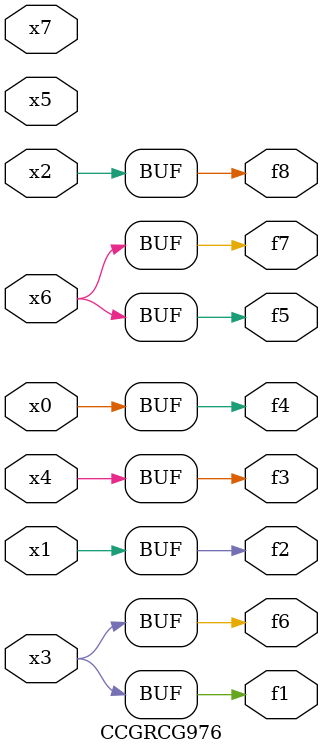
<source format=v>
module CCGRCG976(
	input x0, x1, x2, x3, x4, x5, x6, x7,
	output f1, f2, f3, f4, f5, f6, f7, f8
);
	assign f1 = x3;
	assign f2 = x1;
	assign f3 = x4;
	assign f4 = x0;
	assign f5 = x6;
	assign f6 = x3;
	assign f7 = x6;
	assign f8 = x2;
endmodule

</source>
